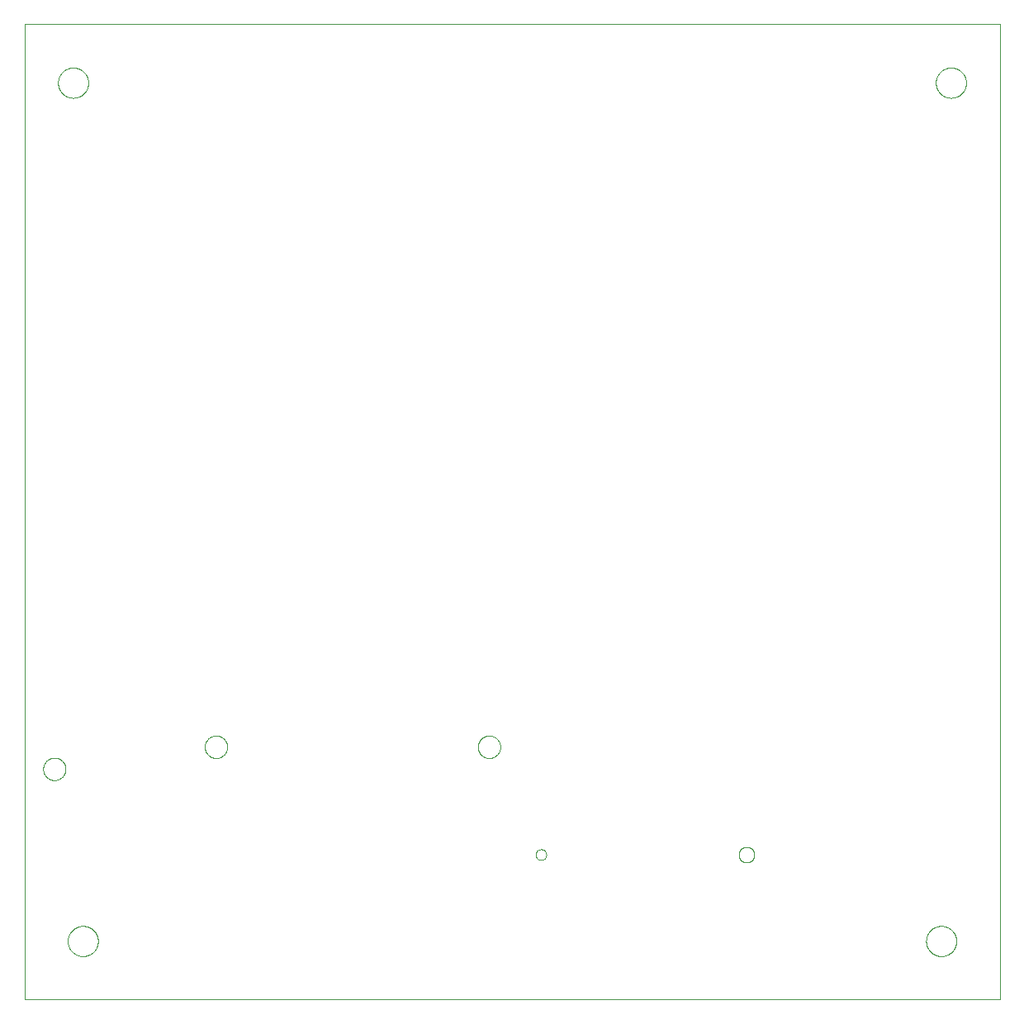
<source format=gko>
G75*
%MOIN*%
%OFA0B0*%
%FSLAX25Y25*%
%IPPOS*%
%LPD*%
%AMOC8*
5,1,8,0,0,1.08239X$1,22.5*
%
%ADD10C,0.00000*%
D10*
X0014500Y0220400D02*
X0014500Y0614101D01*
X0408201Y0614101D01*
X0408201Y0220400D01*
X0014500Y0220400D01*
X0032020Y0244022D02*
X0032022Y0244178D01*
X0032028Y0244334D01*
X0032038Y0244489D01*
X0032052Y0244644D01*
X0032070Y0244799D01*
X0032092Y0244953D01*
X0032117Y0245107D01*
X0032147Y0245260D01*
X0032181Y0245412D01*
X0032218Y0245564D01*
X0032259Y0245714D01*
X0032304Y0245863D01*
X0032353Y0246011D01*
X0032406Y0246158D01*
X0032462Y0246303D01*
X0032522Y0246447D01*
X0032586Y0246589D01*
X0032654Y0246730D01*
X0032725Y0246868D01*
X0032799Y0247005D01*
X0032877Y0247140D01*
X0032958Y0247273D01*
X0033043Y0247404D01*
X0033131Y0247533D01*
X0033222Y0247659D01*
X0033317Y0247783D01*
X0033414Y0247904D01*
X0033515Y0248023D01*
X0033619Y0248140D01*
X0033725Y0248253D01*
X0033835Y0248364D01*
X0033947Y0248472D01*
X0034062Y0248577D01*
X0034180Y0248680D01*
X0034300Y0248779D01*
X0034423Y0248875D01*
X0034548Y0248968D01*
X0034675Y0249057D01*
X0034805Y0249144D01*
X0034937Y0249227D01*
X0035071Y0249306D01*
X0035207Y0249383D01*
X0035345Y0249455D01*
X0035484Y0249525D01*
X0035626Y0249590D01*
X0035769Y0249652D01*
X0035913Y0249710D01*
X0036059Y0249765D01*
X0036207Y0249816D01*
X0036355Y0249863D01*
X0036505Y0249906D01*
X0036656Y0249945D01*
X0036808Y0249981D01*
X0036960Y0250012D01*
X0037114Y0250040D01*
X0037268Y0250064D01*
X0037422Y0250084D01*
X0037577Y0250100D01*
X0037733Y0250112D01*
X0037888Y0250120D01*
X0038044Y0250124D01*
X0038200Y0250124D01*
X0038356Y0250120D01*
X0038511Y0250112D01*
X0038667Y0250100D01*
X0038822Y0250084D01*
X0038976Y0250064D01*
X0039130Y0250040D01*
X0039284Y0250012D01*
X0039436Y0249981D01*
X0039588Y0249945D01*
X0039739Y0249906D01*
X0039889Y0249863D01*
X0040037Y0249816D01*
X0040185Y0249765D01*
X0040331Y0249710D01*
X0040475Y0249652D01*
X0040618Y0249590D01*
X0040760Y0249525D01*
X0040899Y0249455D01*
X0041037Y0249383D01*
X0041173Y0249306D01*
X0041307Y0249227D01*
X0041439Y0249144D01*
X0041569Y0249057D01*
X0041696Y0248968D01*
X0041821Y0248875D01*
X0041944Y0248779D01*
X0042064Y0248680D01*
X0042182Y0248577D01*
X0042297Y0248472D01*
X0042409Y0248364D01*
X0042519Y0248253D01*
X0042625Y0248140D01*
X0042729Y0248023D01*
X0042830Y0247904D01*
X0042927Y0247783D01*
X0043022Y0247659D01*
X0043113Y0247533D01*
X0043201Y0247404D01*
X0043286Y0247273D01*
X0043367Y0247140D01*
X0043445Y0247005D01*
X0043519Y0246868D01*
X0043590Y0246730D01*
X0043658Y0246589D01*
X0043722Y0246447D01*
X0043782Y0246303D01*
X0043838Y0246158D01*
X0043891Y0246011D01*
X0043940Y0245863D01*
X0043985Y0245714D01*
X0044026Y0245564D01*
X0044063Y0245412D01*
X0044097Y0245260D01*
X0044127Y0245107D01*
X0044152Y0244953D01*
X0044174Y0244799D01*
X0044192Y0244644D01*
X0044206Y0244489D01*
X0044216Y0244334D01*
X0044222Y0244178D01*
X0044224Y0244022D01*
X0044222Y0243866D01*
X0044216Y0243710D01*
X0044206Y0243555D01*
X0044192Y0243400D01*
X0044174Y0243245D01*
X0044152Y0243091D01*
X0044127Y0242937D01*
X0044097Y0242784D01*
X0044063Y0242632D01*
X0044026Y0242480D01*
X0043985Y0242330D01*
X0043940Y0242181D01*
X0043891Y0242033D01*
X0043838Y0241886D01*
X0043782Y0241741D01*
X0043722Y0241597D01*
X0043658Y0241455D01*
X0043590Y0241314D01*
X0043519Y0241176D01*
X0043445Y0241039D01*
X0043367Y0240904D01*
X0043286Y0240771D01*
X0043201Y0240640D01*
X0043113Y0240511D01*
X0043022Y0240385D01*
X0042927Y0240261D01*
X0042830Y0240140D01*
X0042729Y0240021D01*
X0042625Y0239904D01*
X0042519Y0239791D01*
X0042409Y0239680D01*
X0042297Y0239572D01*
X0042182Y0239467D01*
X0042064Y0239364D01*
X0041944Y0239265D01*
X0041821Y0239169D01*
X0041696Y0239076D01*
X0041569Y0238987D01*
X0041439Y0238900D01*
X0041307Y0238817D01*
X0041173Y0238738D01*
X0041037Y0238661D01*
X0040899Y0238589D01*
X0040760Y0238519D01*
X0040618Y0238454D01*
X0040475Y0238392D01*
X0040331Y0238334D01*
X0040185Y0238279D01*
X0040037Y0238228D01*
X0039889Y0238181D01*
X0039739Y0238138D01*
X0039588Y0238099D01*
X0039436Y0238063D01*
X0039284Y0238032D01*
X0039130Y0238004D01*
X0038976Y0237980D01*
X0038822Y0237960D01*
X0038667Y0237944D01*
X0038511Y0237932D01*
X0038356Y0237924D01*
X0038200Y0237920D01*
X0038044Y0237920D01*
X0037888Y0237924D01*
X0037733Y0237932D01*
X0037577Y0237944D01*
X0037422Y0237960D01*
X0037268Y0237980D01*
X0037114Y0238004D01*
X0036960Y0238032D01*
X0036808Y0238063D01*
X0036656Y0238099D01*
X0036505Y0238138D01*
X0036355Y0238181D01*
X0036207Y0238228D01*
X0036059Y0238279D01*
X0035913Y0238334D01*
X0035769Y0238392D01*
X0035626Y0238454D01*
X0035484Y0238519D01*
X0035345Y0238589D01*
X0035207Y0238661D01*
X0035071Y0238738D01*
X0034937Y0238817D01*
X0034805Y0238900D01*
X0034675Y0238987D01*
X0034548Y0239076D01*
X0034423Y0239169D01*
X0034300Y0239265D01*
X0034180Y0239364D01*
X0034062Y0239467D01*
X0033947Y0239572D01*
X0033835Y0239680D01*
X0033725Y0239791D01*
X0033619Y0239904D01*
X0033515Y0240021D01*
X0033414Y0240140D01*
X0033317Y0240261D01*
X0033222Y0240385D01*
X0033131Y0240511D01*
X0033043Y0240640D01*
X0032958Y0240771D01*
X0032877Y0240904D01*
X0032799Y0241039D01*
X0032725Y0241176D01*
X0032654Y0241314D01*
X0032586Y0241455D01*
X0032522Y0241597D01*
X0032462Y0241741D01*
X0032406Y0241886D01*
X0032353Y0242033D01*
X0032304Y0242181D01*
X0032259Y0242330D01*
X0032218Y0242480D01*
X0032181Y0242632D01*
X0032147Y0242784D01*
X0032117Y0242937D01*
X0032092Y0243091D01*
X0032070Y0243245D01*
X0032052Y0243400D01*
X0032038Y0243555D01*
X0032028Y0243710D01*
X0032022Y0243866D01*
X0032020Y0244022D01*
X0022094Y0313500D02*
X0022096Y0313634D01*
X0022102Y0313768D01*
X0022112Y0313902D01*
X0022126Y0314036D01*
X0022144Y0314169D01*
X0022165Y0314301D01*
X0022191Y0314433D01*
X0022221Y0314564D01*
X0022254Y0314694D01*
X0022291Y0314822D01*
X0022333Y0314950D01*
X0022377Y0315077D01*
X0022426Y0315202D01*
X0022478Y0315325D01*
X0022534Y0315447D01*
X0022594Y0315568D01*
X0022657Y0315686D01*
X0022723Y0315803D01*
X0022793Y0315917D01*
X0022866Y0316030D01*
X0022943Y0316140D01*
X0023023Y0316248D01*
X0023106Y0316353D01*
X0023192Y0316456D01*
X0023281Y0316556D01*
X0023373Y0316654D01*
X0023468Y0316749D01*
X0023566Y0316841D01*
X0023666Y0316930D01*
X0023769Y0317016D01*
X0023874Y0317099D01*
X0023982Y0317179D01*
X0024092Y0317256D01*
X0024205Y0317329D01*
X0024319Y0317399D01*
X0024436Y0317465D01*
X0024554Y0317528D01*
X0024675Y0317588D01*
X0024797Y0317644D01*
X0024920Y0317696D01*
X0025045Y0317745D01*
X0025172Y0317789D01*
X0025300Y0317831D01*
X0025428Y0317868D01*
X0025558Y0317901D01*
X0025689Y0317931D01*
X0025821Y0317957D01*
X0025953Y0317978D01*
X0026086Y0317996D01*
X0026220Y0318010D01*
X0026354Y0318020D01*
X0026488Y0318026D01*
X0026622Y0318028D01*
X0026756Y0318026D01*
X0026890Y0318020D01*
X0027024Y0318010D01*
X0027158Y0317996D01*
X0027291Y0317978D01*
X0027423Y0317957D01*
X0027555Y0317931D01*
X0027686Y0317901D01*
X0027816Y0317868D01*
X0027944Y0317831D01*
X0028072Y0317789D01*
X0028199Y0317745D01*
X0028324Y0317696D01*
X0028447Y0317644D01*
X0028569Y0317588D01*
X0028690Y0317528D01*
X0028808Y0317465D01*
X0028925Y0317399D01*
X0029039Y0317329D01*
X0029152Y0317256D01*
X0029262Y0317179D01*
X0029370Y0317099D01*
X0029475Y0317016D01*
X0029578Y0316930D01*
X0029678Y0316841D01*
X0029776Y0316749D01*
X0029871Y0316654D01*
X0029963Y0316556D01*
X0030052Y0316456D01*
X0030138Y0316353D01*
X0030221Y0316248D01*
X0030301Y0316140D01*
X0030378Y0316030D01*
X0030451Y0315917D01*
X0030521Y0315803D01*
X0030587Y0315686D01*
X0030650Y0315568D01*
X0030710Y0315447D01*
X0030766Y0315325D01*
X0030818Y0315202D01*
X0030867Y0315077D01*
X0030911Y0314950D01*
X0030953Y0314822D01*
X0030990Y0314694D01*
X0031023Y0314564D01*
X0031053Y0314433D01*
X0031079Y0314301D01*
X0031100Y0314169D01*
X0031118Y0314036D01*
X0031132Y0313902D01*
X0031142Y0313768D01*
X0031148Y0313634D01*
X0031150Y0313500D01*
X0031148Y0313366D01*
X0031142Y0313232D01*
X0031132Y0313098D01*
X0031118Y0312964D01*
X0031100Y0312831D01*
X0031079Y0312699D01*
X0031053Y0312567D01*
X0031023Y0312436D01*
X0030990Y0312306D01*
X0030953Y0312178D01*
X0030911Y0312050D01*
X0030867Y0311923D01*
X0030818Y0311798D01*
X0030766Y0311675D01*
X0030710Y0311553D01*
X0030650Y0311432D01*
X0030587Y0311314D01*
X0030521Y0311197D01*
X0030451Y0311083D01*
X0030378Y0310970D01*
X0030301Y0310860D01*
X0030221Y0310752D01*
X0030138Y0310647D01*
X0030052Y0310544D01*
X0029963Y0310444D01*
X0029871Y0310346D01*
X0029776Y0310251D01*
X0029678Y0310159D01*
X0029578Y0310070D01*
X0029475Y0309984D01*
X0029370Y0309901D01*
X0029262Y0309821D01*
X0029152Y0309744D01*
X0029039Y0309671D01*
X0028925Y0309601D01*
X0028808Y0309535D01*
X0028690Y0309472D01*
X0028569Y0309412D01*
X0028447Y0309356D01*
X0028324Y0309304D01*
X0028199Y0309255D01*
X0028072Y0309211D01*
X0027944Y0309169D01*
X0027816Y0309132D01*
X0027686Y0309099D01*
X0027555Y0309069D01*
X0027423Y0309043D01*
X0027291Y0309022D01*
X0027158Y0309004D01*
X0027024Y0308990D01*
X0026890Y0308980D01*
X0026756Y0308974D01*
X0026622Y0308972D01*
X0026488Y0308974D01*
X0026354Y0308980D01*
X0026220Y0308990D01*
X0026086Y0309004D01*
X0025953Y0309022D01*
X0025821Y0309043D01*
X0025689Y0309069D01*
X0025558Y0309099D01*
X0025428Y0309132D01*
X0025300Y0309169D01*
X0025172Y0309211D01*
X0025045Y0309255D01*
X0024920Y0309304D01*
X0024797Y0309356D01*
X0024675Y0309412D01*
X0024554Y0309472D01*
X0024436Y0309535D01*
X0024319Y0309601D01*
X0024205Y0309671D01*
X0024092Y0309744D01*
X0023982Y0309821D01*
X0023874Y0309901D01*
X0023769Y0309984D01*
X0023666Y0310070D01*
X0023566Y0310159D01*
X0023468Y0310251D01*
X0023373Y0310346D01*
X0023281Y0310444D01*
X0023192Y0310544D01*
X0023106Y0310647D01*
X0023023Y0310752D01*
X0022943Y0310860D01*
X0022866Y0310970D01*
X0022793Y0311083D01*
X0022723Y0311197D01*
X0022657Y0311314D01*
X0022594Y0311432D01*
X0022534Y0311553D01*
X0022478Y0311675D01*
X0022426Y0311798D01*
X0022377Y0311923D01*
X0022333Y0312050D01*
X0022291Y0312178D01*
X0022254Y0312306D01*
X0022221Y0312436D01*
X0022191Y0312567D01*
X0022165Y0312699D01*
X0022144Y0312831D01*
X0022126Y0312964D01*
X0022112Y0313098D01*
X0022102Y0313232D01*
X0022096Y0313366D01*
X0022094Y0313500D01*
X0087315Y0322408D02*
X0087317Y0322542D01*
X0087323Y0322676D01*
X0087333Y0322810D01*
X0087347Y0322944D01*
X0087365Y0323077D01*
X0087386Y0323209D01*
X0087412Y0323341D01*
X0087442Y0323472D01*
X0087475Y0323602D01*
X0087512Y0323730D01*
X0087554Y0323858D01*
X0087598Y0323985D01*
X0087647Y0324110D01*
X0087699Y0324233D01*
X0087755Y0324355D01*
X0087815Y0324476D01*
X0087878Y0324594D01*
X0087944Y0324711D01*
X0088014Y0324825D01*
X0088087Y0324938D01*
X0088164Y0325048D01*
X0088244Y0325156D01*
X0088327Y0325261D01*
X0088413Y0325364D01*
X0088502Y0325464D01*
X0088594Y0325562D01*
X0088689Y0325657D01*
X0088787Y0325749D01*
X0088887Y0325838D01*
X0088990Y0325924D01*
X0089095Y0326007D01*
X0089203Y0326087D01*
X0089313Y0326164D01*
X0089426Y0326237D01*
X0089540Y0326307D01*
X0089657Y0326373D01*
X0089775Y0326436D01*
X0089896Y0326496D01*
X0090018Y0326552D01*
X0090141Y0326604D01*
X0090266Y0326653D01*
X0090393Y0326697D01*
X0090521Y0326739D01*
X0090649Y0326776D01*
X0090779Y0326809D01*
X0090910Y0326839D01*
X0091042Y0326865D01*
X0091174Y0326886D01*
X0091307Y0326904D01*
X0091441Y0326918D01*
X0091575Y0326928D01*
X0091709Y0326934D01*
X0091843Y0326936D01*
X0091977Y0326934D01*
X0092111Y0326928D01*
X0092245Y0326918D01*
X0092379Y0326904D01*
X0092512Y0326886D01*
X0092644Y0326865D01*
X0092776Y0326839D01*
X0092907Y0326809D01*
X0093037Y0326776D01*
X0093165Y0326739D01*
X0093293Y0326697D01*
X0093420Y0326653D01*
X0093545Y0326604D01*
X0093668Y0326552D01*
X0093790Y0326496D01*
X0093911Y0326436D01*
X0094029Y0326373D01*
X0094146Y0326307D01*
X0094260Y0326237D01*
X0094373Y0326164D01*
X0094483Y0326087D01*
X0094591Y0326007D01*
X0094696Y0325924D01*
X0094799Y0325838D01*
X0094899Y0325749D01*
X0094997Y0325657D01*
X0095092Y0325562D01*
X0095184Y0325464D01*
X0095273Y0325364D01*
X0095359Y0325261D01*
X0095442Y0325156D01*
X0095522Y0325048D01*
X0095599Y0324938D01*
X0095672Y0324825D01*
X0095742Y0324711D01*
X0095808Y0324594D01*
X0095871Y0324476D01*
X0095931Y0324355D01*
X0095987Y0324233D01*
X0096039Y0324110D01*
X0096088Y0323985D01*
X0096132Y0323858D01*
X0096174Y0323730D01*
X0096211Y0323602D01*
X0096244Y0323472D01*
X0096274Y0323341D01*
X0096300Y0323209D01*
X0096321Y0323077D01*
X0096339Y0322944D01*
X0096353Y0322810D01*
X0096363Y0322676D01*
X0096369Y0322542D01*
X0096371Y0322408D01*
X0096369Y0322274D01*
X0096363Y0322140D01*
X0096353Y0322006D01*
X0096339Y0321872D01*
X0096321Y0321739D01*
X0096300Y0321607D01*
X0096274Y0321475D01*
X0096244Y0321344D01*
X0096211Y0321214D01*
X0096174Y0321086D01*
X0096132Y0320958D01*
X0096088Y0320831D01*
X0096039Y0320706D01*
X0095987Y0320583D01*
X0095931Y0320461D01*
X0095871Y0320340D01*
X0095808Y0320222D01*
X0095742Y0320105D01*
X0095672Y0319991D01*
X0095599Y0319878D01*
X0095522Y0319768D01*
X0095442Y0319660D01*
X0095359Y0319555D01*
X0095273Y0319452D01*
X0095184Y0319352D01*
X0095092Y0319254D01*
X0094997Y0319159D01*
X0094899Y0319067D01*
X0094799Y0318978D01*
X0094696Y0318892D01*
X0094591Y0318809D01*
X0094483Y0318729D01*
X0094373Y0318652D01*
X0094260Y0318579D01*
X0094146Y0318509D01*
X0094029Y0318443D01*
X0093911Y0318380D01*
X0093790Y0318320D01*
X0093668Y0318264D01*
X0093545Y0318212D01*
X0093420Y0318163D01*
X0093293Y0318119D01*
X0093165Y0318077D01*
X0093037Y0318040D01*
X0092907Y0318007D01*
X0092776Y0317977D01*
X0092644Y0317951D01*
X0092512Y0317930D01*
X0092379Y0317912D01*
X0092245Y0317898D01*
X0092111Y0317888D01*
X0091977Y0317882D01*
X0091843Y0317880D01*
X0091709Y0317882D01*
X0091575Y0317888D01*
X0091441Y0317898D01*
X0091307Y0317912D01*
X0091174Y0317930D01*
X0091042Y0317951D01*
X0090910Y0317977D01*
X0090779Y0318007D01*
X0090649Y0318040D01*
X0090521Y0318077D01*
X0090393Y0318119D01*
X0090266Y0318163D01*
X0090141Y0318212D01*
X0090018Y0318264D01*
X0089896Y0318320D01*
X0089775Y0318380D01*
X0089657Y0318443D01*
X0089540Y0318509D01*
X0089426Y0318579D01*
X0089313Y0318652D01*
X0089203Y0318729D01*
X0089095Y0318809D01*
X0088990Y0318892D01*
X0088887Y0318978D01*
X0088787Y0319067D01*
X0088689Y0319159D01*
X0088594Y0319254D01*
X0088502Y0319352D01*
X0088413Y0319452D01*
X0088327Y0319555D01*
X0088244Y0319660D01*
X0088164Y0319768D01*
X0088087Y0319878D01*
X0088014Y0319991D01*
X0087944Y0320105D01*
X0087878Y0320222D01*
X0087815Y0320340D01*
X0087755Y0320461D01*
X0087699Y0320583D01*
X0087647Y0320706D01*
X0087598Y0320831D01*
X0087554Y0320958D01*
X0087512Y0321086D01*
X0087475Y0321214D01*
X0087442Y0321344D01*
X0087412Y0321475D01*
X0087386Y0321607D01*
X0087365Y0321739D01*
X0087347Y0321872D01*
X0087333Y0322006D01*
X0087323Y0322140D01*
X0087317Y0322274D01*
X0087315Y0322408D01*
X0197551Y0322408D02*
X0197553Y0322542D01*
X0197559Y0322676D01*
X0197569Y0322810D01*
X0197583Y0322944D01*
X0197601Y0323077D01*
X0197622Y0323209D01*
X0197648Y0323341D01*
X0197678Y0323472D01*
X0197711Y0323602D01*
X0197748Y0323730D01*
X0197790Y0323858D01*
X0197834Y0323985D01*
X0197883Y0324110D01*
X0197935Y0324233D01*
X0197991Y0324355D01*
X0198051Y0324476D01*
X0198114Y0324594D01*
X0198180Y0324711D01*
X0198250Y0324825D01*
X0198323Y0324938D01*
X0198400Y0325048D01*
X0198480Y0325156D01*
X0198563Y0325261D01*
X0198649Y0325364D01*
X0198738Y0325464D01*
X0198830Y0325562D01*
X0198925Y0325657D01*
X0199023Y0325749D01*
X0199123Y0325838D01*
X0199226Y0325924D01*
X0199331Y0326007D01*
X0199439Y0326087D01*
X0199549Y0326164D01*
X0199662Y0326237D01*
X0199776Y0326307D01*
X0199893Y0326373D01*
X0200011Y0326436D01*
X0200132Y0326496D01*
X0200254Y0326552D01*
X0200377Y0326604D01*
X0200502Y0326653D01*
X0200629Y0326697D01*
X0200757Y0326739D01*
X0200885Y0326776D01*
X0201015Y0326809D01*
X0201146Y0326839D01*
X0201278Y0326865D01*
X0201410Y0326886D01*
X0201543Y0326904D01*
X0201677Y0326918D01*
X0201811Y0326928D01*
X0201945Y0326934D01*
X0202079Y0326936D01*
X0202213Y0326934D01*
X0202347Y0326928D01*
X0202481Y0326918D01*
X0202615Y0326904D01*
X0202748Y0326886D01*
X0202880Y0326865D01*
X0203012Y0326839D01*
X0203143Y0326809D01*
X0203273Y0326776D01*
X0203401Y0326739D01*
X0203529Y0326697D01*
X0203656Y0326653D01*
X0203781Y0326604D01*
X0203904Y0326552D01*
X0204026Y0326496D01*
X0204147Y0326436D01*
X0204265Y0326373D01*
X0204382Y0326307D01*
X0204496Y0326237D01*
X0204609Y0326164D01*
X0204719Y0326087D01*
X0204827Y0326007D01*
X0204932Y0325924D01*
X0205035Y0325838D01*
X0205135Y0325749D01*
X0205233Y0325657D01*
X0205328Y0325562D01*
X0205420Y0325464D01*
X0205509Y0325364D01*
X0205595Y0325261D01*
X0205678Y0325156D01*
X0205758Y0325048D01*
X0205835Y0324938D01*
X0205908Y0324825D01*
X0205978Y0324711D01*
X0206044Y0324594D01*
X0206107Y0324476D01*
X0206167Y0324355D01*
X0206223Y0324233D01*
X0206275Y0324110D01*
X0206324Y0323985D01*
X0206368Y0323858D01*
X0206410Y0323730D01*
X0206447Y0323602D01*
X0206480Y0323472D01*
X0206510Y0323341D01*
X0206536Y0323209D01*
X0206557Y0323077D01*
X0206575Y0322944D01*
X0206589Y0322810D01*
X0206599Y0322676D01*
X0206605Y0322542D01*
X0206607Y0322408D01*
X0206605Y0322274D01*
X0206599Y0322140D01*
X0206589Y0322006D01*
X0206575Y0321872D01*
X0206557Y0321739D01*
X0206536Y0321607D01*
X0206510Y0321475D01*
X0206480Y0321344D01*
X0206447Y0321214D01*
X0206410Y0321086D01*
X0206368Y0320958D01*
X0206324Y0320831D01*
X0206275Y0320706D01*
X0206223Y0320583D01*
X0206167Y0320461D01*
X0206107Y0320340D01*
X0206044Y0320222D01*
X0205978Y0320105D01*
X0205908Y0319991D01*
X0205835Y0319878D01*
X0205758Y0319768D01*
X0205678Y0319660D01*
X0205595Y0319555D01*
X0205509Y0319452D01*
X0205420Y0319352D01*
X0205328Y0319254D01*
X0205233Y0319159D01*
X0205135Y0319067D01*
X0205035Y0318978D01*
X0204932Y0318892D01*
X0204827Y0318809D01*
X0204719Y0318729D01*
X0204609Y0318652D01*
X0204496Y0318579D01*
X0204382Y0318509D01*
X0204265Y0318443D01*
X0204147Y0318380D01*
X0204026Y0318320D01*
X0203904Y0318264D01*
X0203781Y0318212D01*
X0203656Y0318163D01*
X0203529Y0318119D01*
X0203401Y0318077D01*
X0203273Y0318040D01*
X0203143Y0318007D01*
X0203012Y0317977D01*
X0202880Y0317951D01*
X0202748Y0317930D01*
X0202615Y0317912D01*
X0202481Y0317898D01*
X0202347Y0317888D01*
X0202213Y0317882D01*
X0202079Y0317880D01*
X0201945Y0317882D01*
X0201811Y0317888D01*
X0201677Y0317898D01*
X0201543Y0317912D01*
X0201410Y0317930D01*
X0201278Y0317951D01*
X0201146Y0317977D01*
X0201015Y0318007D01*
X0200885Y0318040D01*
X0200757Y0318077D01*
X0200629Y0318119D01*
X0200502Y0318163D01*
X0200377Y0318212D01*
X0200254Y0318264D01*
X0200132Y0318320D01*
X0200011Y0318380D01*
X0199893Y0318443D01*
X0199776Y0318509D01*
X0199662Y0318579D01*
X0199549Y0318652D01*
X0199439Y0318729D01*
X0199331Y0318809D01*
X0199226Y0318892D01*
X0199123Y0318978D01*
X0199023Y0319067D01*
X0198925Y0319159D01*
X0198830Y0319254D01*
X0198738Y0319352D01*
X0198649Y0319452D01*
X0198563Y0319555D01*
X0198480Y0319660D01*
X0198400Y0319768D01*
X0198323Y0319878D01*
X0198250Y0319991D01*
X0198180Y0320105D01*
X0198114Y0320222D01*
X0198051Y0320340D01*
X0197991Y0320461D01*
X0197935Y0320583D01*
X0197883Y0320706D01*
X0197834Y0320831D01*
X0197790Y0320958D01*
X0197748Y0321086D01*
X0197711Y0321214D01*
X0197678Y0321344D01*
X0197648Y0321475D01*
X0197622Y0321607D01*
X0197601Y0321739D01*
X0197583Y0321872D01*
X0197569Y0322006D01*
X0197559Y0322140D01*
X0197553Y0322274D01*
X0197551Y0322408D01*
X0220835Y0278900D02*
X0220837Y0278993D01*
X0220843Y0279085D01*
X0220853Y0279177D01*
X0220867Y0279268D01*
X0220884Y0279359D01*
X0220906Y0279449D01*
X0220931Y0279538D01*
X0220960Y0279626D01*
X0220993Y0279712D01*
X0221030Y0279797D01*
X0221070Y0279881D01*
X0221114Y0279962D01*
X0221161Y0280042D01*
X0221211Y0280120D01*
X0221265Y0280195D01*
X0221322Y0280268D01*
X0221382Y0280338D01*
X0221445Y0280406D01*
X0221511Y0280471D01*
X0221579Y0280533D01*
X0221650Y0280593D01*
X0221724Y0280649D01*
X0221800Y0280702D01*
X0221878Y0280751D01*
X0221958Y0280798D01*
X0222040Y0280840D01*
X0222124Y0280880D01*
X0222209Y0280915D01*
X0222296Y0280947D01*
X0222384Y0280976D01*
X0222473Y0281000D01*
X0222563Y0281021D01*
X0222654Y0281037D01*
X0222746Y0281050D01*
X0222838Y0281059D01*
X0222931Y0281064D01*
X0223023Y0281065D01*
X0223116Y0281062D01*
X0223208Y0281055D01*
X0223300Y0281044D01*
X0223391Y0281029D01*
X0223482Y0281011D01*
X0223572Y0280988D01*
X0223660Y0280962D01*
X0223748Y0280932D01*
X0223834Y0280898D01*
X0223918Y0280861D01*
X0224001Y0280819D01*
X0224082Y0280775D01*
X0224162Y0280727D01*
X0224239Y0280676D01*
X0224313Y0280621D01*
X0224386Y0280563D01*
X0224456Y0280503D01*
X0224523Y0280439D01*
X0224587Y0280373D01*
X0224649Y0280303D01*
X0224707Y0280232D01*
X0224762Y0280158D01*
X0224814Y0280081D01*
X0224863Y0280002D01*
X0224909Y0279922D01*
X0224951Y0279839D01*
X0224989Y0279755D01*
X0225024Y0279669D01*
X0225055Y0279582D01*
X0225082Y0279494D01*
X0225105Y0279404D01*
X0225125Y0279314D01*
X0225141Y0279223D01*
X0225153Y0279131D01*
X0225161Y0279039D01*
X0225165Y0278946D01*
X0225165Y0278854D01*
X0225161Y0278761D01*
X0225153Y0278669D01*
X0225141Y0278577D01*
X0225125Y0278486D01*
X0225105Y0278396D01*
X0225082Y0278306D01*
X0225055Y0278218D01*
X0225024Y0278131D01*
X0224989Y0278045D01*
X0224951Y0277961D01*
X0224909Y0277878D01*
X0224863Y0277798D01*
X0224814Y0277719D01*
X0224762Y0277642D01*
X0224707Y0277568D01*
X0224649Y0277497D01*
X0224587Y0277427D01*
X0224523Y0277361D01*
X0224456Y0277297D01*
X0224386Y0277237D01*
X0224313Y0277179D01*
X0224239Y0277124D01*
X0224162Y0277073D01*
X0224083Y0277025D01*
X0224001Y0276981D01*
X0223918Y0276939D01*
X0223834Y0276902D01*
X0223748Y0276868D01*
X0223660Y0276838D01*
X0223572Y0276812D01*
X0223482Y0276789D01*
X0223391Y0276771D01*
X0223300Y0276756D01*
X0223208Y0276745D01*
X0223116Y0276738D01*
X0223023Y0276735D01*
X0222931Y0276736D01*
X0222838Y0276741D01*
X0222746Y0276750D01*
X0222654Y0276763D01*
X0222563Y0276779D01*
X0222473Y0276800D01*
X0222384Y0276824D01*
X0222296Y0276853D01*
X0222209Y0276885D01*
X0222124Y0276920D01*
X0222040Y0276960D01*
X0221958Y0277002D01*
X0221878Y0277049D01*
X0221800Y0277098D01*
X0221724Y0277151D01*
X0221650Y0277207D01*
X0221579Y0277267D01*
X0221511Y0277329D01*
X0221445Y0277394D01*
X0221382Y0277462D01*
X0221322Y0277532D01*
X0221265Y0277605D01*
X0221211Y0277680D01*
X0221161Y0277758D01*
X0221114Y0277838D01*
X0221070Y0277919D01*
X0221030Y0278003D01*
X0220993Y0278088D01*
X0220960Y0278174D01*
X0220931Y0278262D01*
X0220906Y0278351D01*
X0220884Y0278441D01*
X0220867Y0278532D01*
X0220853Y0278623D01*
X0220843Y0278715D01*
X0220837Y0278807D01*
X0220835Y0278900D01*
X0302850Y0278900D02*
X0302852Y0279012D01*
X0302858Y0279123D01*
X0302868Y0279235D01*
X0302882Y0279346D01*
X0302899Y0279456D01*
X0302921Y0279566D01*
X0302947Y0279675D01*
X0302976Y0279783D01*
X0303009Y0279889D01*
X0303046Y0279995D01*
X0303087Y0280099D01*
X0303132Y0280202D01*
X0303180Y0280303D01*
X0303231Y0280402D01*
X0303286Y0280499D01*
X0303345Y0280594D01*
X0303406Y0280688D01*
X0303471Y0280779D01*
X0303540Y0280867D01*
X0303611Y0280953D01*
X0303685Y0281037D01*
X0303763Y0281117D01*
X0303843Y0281195D01*
X0303926Y0281271D01*
X0304011Y0281343D01*
X0304099Y0281412D01*
X0304189Y0281478D01*
X0304282Y0281540D01*
X0304377Y0281600D01*
X0304474Y0281656D01*
X0304572Y0281708D01*
X0304673Y0281757D01*
X0304775Y0281802D01*
X0304879Y0281844D01*
X0304984Y0281882D01*
X0305091Y0281916D01*
X0305198Y0281946D01*
X0305307Y0281973D01*
X0305416Y0281995D01*
X0305527Y0282014D01*
X0305637Y0282029D01*
X0305749Y0282040D01*
X0305860Y0282047D01*
X0305972Y0282050D01*
X0306084Y0282049D01*
X0306196Y0282044D01*
X0306307Y0282035D01*
X0306418Y0282022D01*
X0306529Y0282005D01*
X0306639Y0281985D01*
X0306748Y0281960D01*
X0306856Y0281932D01*
X0306963Y0281899D01*
X0307069Y0281863D01*
X0307173Y0281823D01*
X0307276Y0281780D01*
X0307378Y0281733D01*
X0307477Y0281682D01*
X0307575Y0281628D01*
X0307671Y0281570D01*
X0307765Y0281509D01*
X0307856Y0281445D01*
X0307945Y0281378D01*
X0308032Y0281307D01*
X0308116Y0281233D01*
X0308198Y0281157D01*
X0308276Y0281077D01*
X0308352Y0280995D01*
X0308425Y0280910D01*
X0308495Y0280823D01*
X0308561Y0280733D01*
X0308625Y0280641D01*
X0308685Y0280547D01*
X0308742Y0280451D01*
X0308795Y0280352D01*
X0308845Y0280252D01*
X0308891Y0280151D01*
X0308934Y0280047D01*
X0308973Y0279942D01*
X0309008Y0279836D01*
X0309039Y0279729D01*
X0309067Y0279620D01*
X0309090Y0279511D01*
X0309110Y0279401D01*
X0309126Y0279290D01*
X0309138Y0279179D01*
X0309146Y0279068D01*
X0309150Y0278956D01*
X0309150Y0278844D01*
X0309146Y0278732D01*
X0309138Y0278621D01*
X0309126Y0278510D01*
X0309110Y0278399D01*
X0309090Y0278289D01*
X0309067Y0278180D01*
X0309039Y0278071D01*
X0309008Y0277964D01*
X0308973Y0277858D01*
X0308934Y0277753D01*
X0308891Y0277649D01*
X0308845Y0277548D01*
X0308795Y0277448D01*
X0308742Y0277349D01*
X0308685Y0277253D01*
X0308625Y0277159D01*
X0308561Y0277067D01*
X0308495Y0276977D01*
X0308425Y0276890D01*
X0308352Y0276805D01*
X0308276Y0276723D01*
X0308198Y0276643D01*
X0308116Y0276567D01*
X0308032Y0276493D01*
X0307945Y0276422D01*
X0307856Y0276355D01*
X0307765Y0276291D01*
X0307671Y0276230D01*
X0307575Y0276172D01*
X0307477Y0276118D01*
X0307378Y0276067D01*
X0307276Y0276020D01*
X0307173Y0275977D01*
X0307069Y0275937D01*
X0306963Y0275901D01*
X0306856Y0275868D01*
X0306748Y0275840D01*
X0306639Y0275815D01*
X0306529Y0275795D01*
X0306418Y0275778D01*
X0306307Y0275765D01*
X0306196Y0275756D01*
X0306084Y0275751D01*
X0305972Y0275750D01*
X0305860Y0275753D01*
X0305749Y0275760D01*
X0305637Y0275771D01*
X0305527Y0275786D01*
X0305416Y0275805D01*
X0305307Y0275827D01*
X0305198Y0275854D01*
X0305091Y0275884D01*
X0304984Y0275918D01*
X0304879Y0275956D01*
X0304775Y0275998D01*
X0304673Y0276043D01*
X0304572Y0276092D01*
X0304474Y0276144D01*
X0304377Y0276200D01*
X0304282Y0276260D01*
X0304189Y0276322D01*
X0304099Y0276388D01*
X0304011Y0276457D01*
X0303926Y0276529D01*
X0303843Y0276605D01*
X0303763Y0276683D01*
X0303685Y0276763D01*
X0303611Y0276847D01*
X0303540Y0276933D01*
X0303471Y0277021D01*
X0303406Y0277112D01*
X0303345Y0277206D01*
X0303286Y0277301D01*
X0303231Y0277398D01*
X0303180Y0277497D01*
X0303132Y0277598D01*
X0303087Y0277701D01*
X0303046Y0277805D01*
X0303009Y0277911D01*
X0302976Y0278017D01*
X0302947Y0278125D01*
X0302921Y0278234D01*
X0302899Y0278344D01*
X0302882Y0278454D01*
X0302868Y0278565D01*
X0302858Y0278677D01*
X0302852Y0278788D01*
X0302850Y0278900D01*
X0378477Y0244022D02*
X0378479Y0244178D01*
X0378485Y0244334D01*
X0378495Y0244489D01*
X0378509Y0244644D01*
X0378527Y0244799D01*
X0378549Y0244953D01*
X0378574Y0245107D01*
X0378604Y0245260D01*
X0378638Y0245412D01*
X0378675Y0245564D01*
X0378716Y0245714D01*
X0378761Y0245863D01*
X0378810Y0246011D01*
X0378863Y0246158D01*
X0378919Y0246303D01*
X0378979Y0246447D01*
X0379043Y0246589D01*
X0379111Y0246730D01*
X0379182Y0246868D01*
X0379256Y0247005D01*
X0379334Y0247140D01*
X0379415Y0247273D01*
X0379500Y0247404D01*
X0379588Y0247533D01*
X0379679Y0247659D01*
X0379774Y0247783D01*
X0379871Y0247904D01*
X0379972Y0248023D01*
X0380076Y0248140D01*
X0380182Y0248253D01*
X0380292Y0248364D01*
X0380404Y0248472D01*
X0380519Y0248577D01*
X0380637Y0248680D01*
X0380757Y0248779D01*
X0380880Y0248875D01*
X0381005Y0248968D01*
X0381132Y0249057D01*
X0381262Y0249144D01*
X0381394Y0249227D01*
X0381528Y0249306D01*
X0381664Y0249383D01*
X0381802Y0249455D01*
X0381941Y0249525D01*
X0382083Y0249590D01*
X0382226Y0249652D01*
X0382370Y0249710D01*
X0382516Y0249765D01*
X0382664Y0249816D01*
X0382812Y0249863D01*
X0382962Y0249906D01*
X0383113Y0249945D01*
X0383265Y0249981D01*
X0383417Y0250012D01*
X0383571Y0250040D01*
X0383725Y0250064D01*
X0383879Y0250084D01*
X0384034Y0250100D01*
X0384190Y0250112D01*
X0384345Y0250120D01*
X0384501Y0250124D01*
X0384657Y0250124D01*
X0384813Y0250120D01*
X0384968Y0250112D01*
X0385124Y0250100D01*
X0385279Y0250084D01*
X0385433Y0250064D01*
X0385587Y0250040D01*
X0385741Y0250012D01*
X0385893Y0249981D01*
X0386045Y0249945D01*
X0386196Y0249906D01*
X0386346Y0249863D01*
X0386494Y0249816D01*
X0386642Y0249765D01*
X0386788Y0249710D01*
X0386932Y0249652D01*
X0387075Y0249590D01*
X0387217Y0249525D01*
X0387356Y0249455D01*
X0387494Y0249383D01*
X0387630Y0249306D01*
X0387764Y0249227D01*
X0387896Y0249144D01*
X0388026Y0249057D01*
X0388153Y0248968D01*
X0388278Y0248875D01*
X0388401Y0248779D01*
X0388521Y0248680D01*
X0388639Y0248577D01*
X0388754Y0248472D01*
X0388866Y0248364D01*
X0388976Y0248253D01*
X0389082Y0248140D01*
X0389186Y0248023D01*
X0389287Y0247904D01*
X0389384Y0247783D01*
X0389479Y0247659D01*
X0389570Y0247533D01*
X0389658Y0247404D01*
X0389743Y0247273D01*
X0389824Y0247140D01*
X0389902Y0247005D01*
X0389976Y0246868D01*
X0390047Y0246730D01*
X0390115Y0246589D01*
X0390179Y0246447D01*
X0390239Y0246303D01*
X0390295Y0246158D01*
X0390348Y0246011D01*
X0390397Y0245863D01*
X0390442Y0245714D01*
X0390483Y0245564D01*
X0390520Y0245412D01*
X0390554Y0245260D01*
X0390584Y0245107D01*
X0390609Y0244953D01*
X0390631Y0244799D01*
X0390649Y0244644D01*
X0390663Y0244489D01*
X0390673Y0244334D01*
X0390679Y0244178D01*
X0390681Y0244022D01*
X0390679Y0243866D01*
X0390673Y0243710D01*
X0390663Y0243555D01*
X0390649Y0243400D01*
X0390631Y0243245D01*
X0390609Y0243091D01*
X0390584Y0242937D01*
X0390554Y0242784D01*
X0390520Y0242632D01*
X0390483Y0242480D01*
X0390442Y0242330D01*
X0390397Y0242181D01*
X0390348Y0242033D01*
X0390295Y0241886D01*
X0390239Y0241741D01*
X0390179Y0241597D01*
X0390115Y0241455D01*
X0390047Y0241314D01*
X0389976Y0241176D01*
X0389902Y0241039D01*
X0389824Y0240904D01*
X0389743Y0240771D01*
X0389658Y0240640D01*
X0389570Y0240511D01*
X0389479Y0240385D01*
X0389384Y0240261D01*
X0389287Y0240140D01*
X0389186Y0240021D01*
X0389082Y0239904D01*
X0388976Y0239791D01*
X0388866Y0239680D01*
X0388754Y0239572D01*
X0388639Y0239467D01*
X0388521Y0239364D01*
X0388401Y0239265D01*
X0388278Y0239169D01*
X0388153Y0239076D01*
X0388026Y0238987D01*
X0387896Y0238900D01*
X0387764Y0238817D01*
X0387630Y0238738D01*
X0387494Y0238661D01*
X0387356Y0238589D01*
X0387217Y0238519D01*
X0387075Y0238454D01*
X0386932Y0238392D01*
X0386788Y0238334D01*
X0386642Y0238279D01*
X0386494Y0238228D01*
X0386346Y0238181D01*
X0386196Y0238138D01*
X0386045Y0238099D01*
X0385893Y0238063D01*
X0385741Y0238032D01*
X0385587Y0238004D01*
X0385433Y0237980D01*
X0385279Y0237960D01*
X0385124Y0237944D01*
X0384968Y0237932D01*
X0384813Y0237924D01*
X0384657Y0237920D01*
X0384501Y0237920D01*
X0384345Y0237924D01*
X0384190Y0237932D01*
X0384034Y0237944D01*
X0383879Y0237960D01*
X0383725Y0237980D01*
X0383571Y0238004D01*
X0383417Y0238032D01*
X0383265Y0238063D01*
X0383113Y0238099D01*
X0382962Y0238138D01*
X0382812Y0238181D01*
X0382664Y0238228D01*
X0382516Y0238279D01*
X0382370Y0238334D01*
X0382226Y0238392D01*
X0382083Y0238454D01*
X0381941Y0238519D01*
X0381802Y0238589D01*
X0381664Y0238661D01*
X0381528Y0238738D01*
X0381394Y0238817D01*
X0381262Y0238900D01*
X0381132Y0238987D01*
X0381005Y0239076D01*
X0380880Y0239169D01*
X0380757Y0239265D01*
X0380637Y0239364D01*
X0380519Y0239467D01*
X0380404Y0239572D01*
X0380292Y0239680D01*
X0380182Y0239791D01*
X0380076Y0239904D01*
X0379972Y0240021D01*
X0379871Y0240140D01*
X0379774Y0240261D01*
X0379679Y0240385D01*
X0379588Y0240511D01*
X0379500Y0240640D01*
X0379415Y0240771D01*
X0379334Y0240904D01*
X0379256Y0241039D01*
X0379182Y0241176D01*
X0379111Y0241314D01*
X0379043Y0241455D01*
X0378979Y0241597D01*
X0378919Y0241741D01*
X0378863Y0241886D01*
X0378810Y0242033D01*
X0378761Y0242181D01*
X0378716Y0242330D01*
X0378675Y0242480D01*
X0378638Y0242632D01*
X0378604Y0242784D01*
X0378574Y0242937D01*
X0378549Y0243091D01*
X0378527Y0243245D01*
X0378509Y0243400D01*
X0378495Y0243555D01*
X0378485Y0243710D01*
X0378479Y0243866D01*
X0378477Y0244022D01*
X0382414Y0590479D02*
X0382416Y0590635D01*
X0382422Y0590791D01*
X0382432Y0590946D01*
X0382446Y0591101D01*
X0382464Y0591256D01*
X0382486Y0591410D01*
X0382511Y0591564D01*
X0382541Y0591717D01*
X0382575Y0591869D01*
X0382612Y0592021D01*
X0382653Y0592171D01*
X0382698Y0592320D01*
X0382747Y0592468D01*
X0382800Y0592615D01*
X0382856Y0592760D01*
X0382916Y0592904D01*
X0382980Y0593046D01*
X0383048Y0593187D01*
X0383119Y0593325D01*
X0383193Y0593462D01*
X0383271Y0593597D01*
X0383352Y0593730D01*
X0383437Y0593861D01*
X0383525Y0593990D01*
X0383616Y0594116D01*
X0383711Y0594240D01*
X0383808Y0594361D01*
X0383909Y0594480D01*
X0384013Y0594597D01*
X0384119Y0594710D01*
X0384229Y0594821D01*
X0384341Y0594929D01*
X0384456Y0595034D01*
X0384574Y0595137D01*
X0384694Y0595236D01*
X0384817Y0595332D01*
X0384942Y0595425D01*
X0385069Y0595514D01*
X0385199Y0595601D01*
X0385331Y0595684D01*
X0385465Y0595763D01*
X0385601Y0595840D01*
X0385739Y0595912D01*
X0385878Y0595982D01*
X0386020Y0596047D01*
X0386163Y0596109D01*
X0386307Y0596167D01*
X0386453Y0596222D01*
X0386601Y0596273D01*
X0386749Y0596320D01*
X0386899Y0596363D01*
X0387050Y0596402D01*
X0387202Y0596438D01*
X0387354Y0596469D01*
X0387508Y0596497D01*
X0387662Y0596521D01*
X0387816Y0596541D01*
X0387971Y0596557D01*
X0388127Y0596569D01*
X0388282Y0596577D01*
X0388438Y0596581D01*
X0388594Y0596581D01*
X0388750Y0596577D01*
X0388905Y0596569D01*
X0389061Y0596557D01*
X0389216Y0596541D01*
X0389370Y0596521D01*
X0389524Y0596497D01*
X0389678Y0596469D01*
X0389830Y0596438D01*
X0389982Y0596402D01*
X0390133Y0596363D01*
X0390283Y0596320D01*
X0390431Y0596273D01*
X0390579Y0596222D01*
X0390725Y0596167D01*
X0390869Y0596109D01*
X0391012Y0596047D01*
X0391154Y0595982D01*
X0391293Y0595912D01*
X0391431Y0595840D01*
X0391567Y0595763D01*
X0391701Y0595684D01*
X0391833Y0595601D01*
X0391963Y0595514D01*
X0392090Y0595425D01*
X0392215Y0595332D01*
X0392338Y0595236D01*
X0392458Y0595137D01*
X0392576Y0595034D01*
X0392691Y0594929D01*
X0392803Y0594821D01*
X0392913Y0594710D01*
X0393019Y0594597D01*
X0393123Y0594480D01*
X0393224Y0594361D01*
X0393321Y0594240D01*
X0393416Y0594116D01*
X0393507Y0593990D01*
X0393595Y0593861D01*
X0393680Y0593730D01*
X0393761Y0593597D01*
X0393839Y0593462D01*
X0393913Y0593325D01*
X0393984Y0593187D01*
X0394052Y0593046D01*
X0394116Y0592904D01*
X0394176Y0592760D01*
X0394232Y0592615D01*
X0394285Y0592468D01*
X0394334Y0592320D01*
X0394379Y0592171D01*
X0394420Y0592021D01*
X0394457Y0591869D01*
X0394491Y0591717D01*
X0394521Y0591564D01*
X0394546Y0591410D01*
X0394568Y0591256D01*
X0394586Y0591101D01*
X0394600Y0590946D01*
X0394610Y0590791D01*
X0394616Y0590635D01*
X0394618Y0590479D01*
X0394616Y0590323D01*
X0394610Y0590167D01*
X0394600Y0590012D01*
X0394586Y0589857D01*
X0394568Y0589702D01*
X0394546Y0589548D01*
X0394521Y0589394D01*
X0394491Y0589241D01*
X0394457Y0589089D01*
X0394420Y0588937D01*
X0394379Y0588787D01*
X0394334Y0588638D01*
X0394285Y0588490D01*
X0394232Y0588343D01*
X0394176Y0588198D01*
X0394116Y0588054D01*
X0394052Y0587912D01*
X0393984Y0587771D01*
X0393913Y0587633D01*
X0393839Y0587496D01*
X0393761Y0587361D01*
X0393680Y0587228D01*
X0393595Y0587097D01*
X0393507Y0586968D01*
X0393416Y0586842D01*
X0393321Y0586718D01*
X0393224Y0586597D01*
X0393123Y0586478D01*
X0393019Y0586361D01*
X0392913Y0586248D01*
X0392803Y0586137D01*
X0392691Y0586029D01*
X0392576Y0585924D01*
X0392458Y0585821D01*
X0392338Y0585722D01*
X0392215Y0585626D01*
X0392090Y0585533D01*
X0391963Y0585444D01*
X0391833Y0585357D01*
X0391701Y0585274D01*
X0391567Y0585195D01*
X0391431Y0585118D01*
X0391293Y0585046D01*
X0391154Y0584976D01*
X0391012Y0584911D01*
X0390869Y0584849D01*
X0390725Y0584791D01*
X0390579Y0584736D01*
X0390431Y0584685D01*
X0390283Y0584638D01*
X0390133Y0584595D01*
X0389982Y0584556D01*
X0389830Y0584520D01*
X0389678Y0584489D01*
X0389524Y0584461D01*
X0389370Y0584437D01*
X0389216Y0584417D01*
X0389061Y0584401D01*
X0388905Y0584389D01*
X0388750Y0584381D01*
X0388594Y0584377D01*
X0388438Y0584377D01*
X0388282Y0584381D01*
X0388127Y0584389D01*
X0387971Y0584401D01*
X0387816Y0584417D01*
X0387662Y0584437D01*
X0387508Y0584461D01*
X0387354Y0584489D01*
X0387202Y0584520D01*
X0387050Y0584556D01*
X0386899Y0584595D01*
X0386749Y0584638D01*
X0386601Y0584685D01*
X0386453Y0584736D01*
X0386307Y0584791D01*
X0386163Y0584849D01*
X0386020Y0584911D01*
X0385878Y0584976D01*
X0385739Y0585046D01*
X0385601Y0585118D01*
X0385465Y0585195D01*
X0385331Y0585274D01*
X0385199Y0585357D01*
X0385069Y0585444D01*
X0384942Y0585533D01*
X0384817Y0585626D01*
X0384694Y0585722D01*
X0384574Y0585821D01*
X0384456Y0585924D01*
X0384341Y0586029D01*
X0384229Y0586137D01*
X0384119Y0586248D01*
X0384013Y0586361D01*
X0383909Y0586478D01*
X0383808Y0586597D01*
X0383711Y0586718D01*
X0383616Y0586842D01*
X0383525Y0586968D01*
X0383437Y0587097D01*
X0383352Y0587228D01*
X0383271Y0587361D01*
X0383193Y0587496D01*
X0383119Y0587633D01*
X0383048Y0587771D01*
X0382980Y0587912D01*
X0382916Y0588054D01*
X0382856Y0588198D01*
X0382800Y0588343D01*
X0382747Y0588490D01*
X0382698Y0588638D01*
X0382653Y0588787D01*
X0382612Y0588937D01*
X0382575Y0589089D01*
X0382541Y0589241D01*
X0382511Y0589394D01*
X0382486Y0589548D01*
X0382464Y0589702D01*
X0382446Y0589857D01*
X0382432Y0590012D01*
X0382422Y0590167D01*
X0382416Y0590323D01*
X0382414Y0590479D01*
X0028083Y0590479D02*
X0028085Y0590635D01*
X0028091Y0590791D01*
X0028101Y0590946D01*
X0028115Y0591101D01*
X0028133Y0591256D01*
X0028155Y0591410D01*
X0028180Y0591564D01*
X0028210Y0591717D01*
X0028244Y0591869D01*
X0028281Y0592021D01*
X0028322Y0592171D01*
X0028367Y0592320D01*
X0028416Y0592468D01*
X0028469Y0592615D01*
X0028525Y0592760D01*
X0028585Y0592904D01*
X0028649Y0593046D01*
X0028717Y0593187D01*
X0028788Y0593325D01*
X0028862Y0593462D01*
X0028940Y0593597D01*
X0029021Y0593730D01*
X0029106Y0593861D01*
X0029194Y0593990D01*
X0029285Y0594116D01*
X0029380Y0594240D01*
X0029477Y0594361D01*
X0029578Y0594480D01*
X0029682Y0594597D01*
X0029788Y0594710D01*
X0029898Y0594821D01*
X0030010Y0594929D01*
X0030125Y0595034D01*
X0030243Y0595137D01*
X0030363Y0595236D01*
X0030486Y0595332D01*
X0030611Y0595425D01*
X0030738Y0595514D01*
X0030868Y0595601D01*
X0031000Y0595684D01*
X0031134Y0595763D01*
X0031270Y0595840D01*
X0031408Y0595912D01*
X0031547Y0595982D01*
X0031689Y0596047D01*
X0031832Y0596109D01*
X0031976Y0596167D01*
X0032122Y0596222D01*
X0032270Y0596273D01*
X0032418Y0596320D01*
X0032568Y0596363D01*
X0032719Y0596402D01*
X0032871Y0596438D01*
X0033023Y0596469D01*
X0033177Y0596497D01*
X0033331Y0596521D01*
X0033485Y0596541D01*
X0033640Y0596557D01*
X0033796Y0596569D01*
X0033951Y0596577D01*
X0034107Y0596581D01*
X0034263Y0596581D01*
X0034419Y0596577D01*
X0034574Y0596569D01*
X0034730Y0596557D01*
X0034885Y0596541D01*
X0035039Y0596521D01*
X0035193Y0596497D01*
X0035347Y0596469D01*
X0035499Y0596438D01*
X0035651Y0596402D01*
X0035802Y0596363D01*
X0035952Y0596320D01*
X0036100Y0596273D01*
X0036248Y0596222D01*
X0036394Y0596167D01*
X0036538Y0596109D01*
X0036681Y0596047D01*
X0036823Y0595982D01*
X0036962Y0595912D01*
X0037100Y0595840D01*
X0037236Y0595763D01*
X0037370Y0595684D01*
X0037502Y0595601D01*
X0037632Y0595514D01*
X0037759Y0595425D01*
X0037884Y0595332D01*
X0038007Y0595236D01*
X0038127Y0595137D01*
X0038245Y0595034D01*
X0038360Y0594929D01*
X0038472Y0594821D01*
X0038582Y0594710D01*
X0038688Y0594597D01*
X0038792Y0594480D01*
X0038893Y0594361D01*
X0038990Y0594240D01*
X0039085Y0594116D01*
X0039176Y0593990D01*
X0039264Y0593861D01*
X0039349Y0593730D01*
X0039430Y0593597D01*
X0039508Y0593462D01*
X0039582Y0593325D01*
X0039653Y0593187D01*
X0039721Y0593046D01*
X0039785Y0592904D01*
X0039845Y0592760D01*
X0039901Y0592615D01*
X0039954Y0592468D01*
X0040003Y0592320D01*
X0040048Y0592171D01*
X0040089Y0592021D01*
X0040126Y0591869D01*
X0040160Y0591717D01*
X0040190Y0591564D01*
X0040215Y0591410D01*
X0040237Y0591256D01*
X0040255Y0591101D01*
X0040269Y0590946D01*
X0040279Y0590791D01*
X0040285Y0590635D01*
X0040287Y0590479D01*
X0040285Y0590323D01*
X0040279Y0590167D01*
X0040269Y0590012D01*
X0040255Y0589857D01*
X0040237Y0589702D01*
X0040215Y0589548D01*
X0040190Y0589394D01*
X0040160Y0589241D01*
X0040126Y0589089D01*
X0040089Y0588937D01*
X0040048Y0588787D01*
X0040003Y0588638D01*
X0039954Y0588490D01*
X0039901Y0588343D01*
X0039845Y0588198D01*
X0039785Y0588054D01*
X0039721Y0587912D01*
X0039653Y0587771D01*
X0039582Y0587633D01*
X0039508Y0587496D01*
X0039430Y0587361D01*
X0039349Y0587228D01*
X0039264Y0587097D01*
X0039176Y0586968D01*
X0039085Y0586842D01*
X0038990Y0586718D01*
X0038893Y0586597D01*
X0038792Y0586478D01*
X0038688Y0586361D01*
X0038582Y0586248D01*
X0038472Y0586137D01*
X0038360Y0586029D01*
X0038245Y0585924D01*
X0038127Y0585821D01*
X0038007Y0585722D01*
X0037884Y0585626D01*
X0037759Y0585533D01*
X0037632Y0585444D01*
X0037502Y0585357D01*
X0037370Y0585274D01*
X0037236Y0585195D01*
X0037100Y0585118D01*
X0036962Y0585046D01*
X0036823Y0584976D01*
X0036681Y0584911D01*
X0036538Y0584849D01*
X0036394Y0584791D01*
X0036248Y0584736D01*
X0036100Y0584685D01*
X0035952Y0584638D01*
X0035802Y0584595D01*
X0035651Y0584556D01*
X0035499Y0584520D01*
X0035347Y0584489D01*
X0035193Y0584461D01*
X0035039Y0584437D01*
X0034885Y0584417D01*
X0034730Y0584401D01*
X0034574Y0584389D01*
X0034419Y0584381D01*
X0034263Y0584377D01*
X0034107Y0584377D01*
X0033951Y0584381D01*
X0033796Y0584389D01*
X0033640Y0584401D01*
X0033485Y0584417D01*
X0033331Y0584437D01*
X0033177Y0584461D01*
X0033023Y0584489D01*
X0032871Y0584520D01*
X0032719Y0584556D01*
X0032568Y0584595D01*
X0032418Y0584638D01*
X0032270Y0584685D01*
X0032122Y0584736D01*
X0031976Y0584791D01*
X0031832Y0584849D01*
X0031689Y0584911D01*
X0031547Y0584976D01*
X0031408Y0585046D01*
X0031270Y0585118D01*
X0031134Y0585195D01*
X0031000Y0585274D01*
X0030868Y0585357D01*
X0030738Y0585444D01*
X0030611Y0585533D01*
X0030486Y0585626D01*
X0030363Y0585722D01*
X0030243Y0585821D01*
X0030125Y0585924D01*
X0030010Y0586029D01*
X0029898Y0586137D01*
X0029788Y0586248D01*
X0029682Y0586361D01*
X0029578Y0586478D01*
X0029477Y0586597D01*
X0029380Y0586718D01*
X0029285Y0586842D01*
X0029194Y0586968D01*
X0029106Y0587097D01*
X0029021Y0587228D01*
X0028940Y0587361D01*
X0028862Y0587496D01*
X0028788Y0587633D01*
X0028717Y0587771D01*
X0028649Y0587912D01*
X0028585Y0588054D01*
X0028525Y0588198D01*
X0028469Y0588343D01*
X0028416Y0588490D01*
X0028367Y0588638D01*
X0028322Y0588787D01*
X0028281Y0588937D01*
X0028244Y0589089D01*
X0028210Y0589241D01*
X0028180Y0589394D01*
X0028155Y0589548D01*
X0028133Y0589702D01*
X0028115Y0589857D01*
X0028101Y0590012D01*
X0028091Y0590167D01*
X0028085Y0590323D01*
X0028083Y0590479D01*
M02*

</source>
